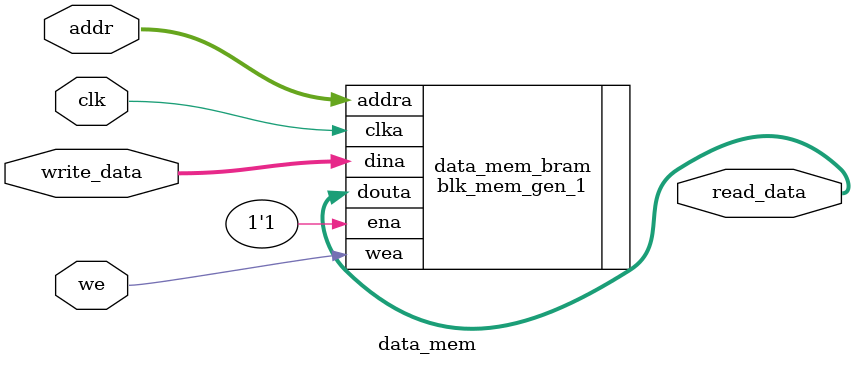
<source format=v>
module data_mem #(parameter WIDTH=32)(
    input wire clk,
    input wire [WIDTH-1:0] addr,  // Address for data access
    input wire [WIDTH-1:0] write_data,  // Data to write
    input wire we,                      // Write enablea
    output wire [WIDTH-1:0] read_data  // Data read from memory
);
    blk_mem_gen_1 data_mem_bram (
        .clka(clk),
        .addra(addr),
        .dina(write_data),
        .douta(read_data),
        .ena(1'b1),  // Enable the BRAM
        .wea(we)     // Control write enable for data memory
    );
endmodule


</source>
